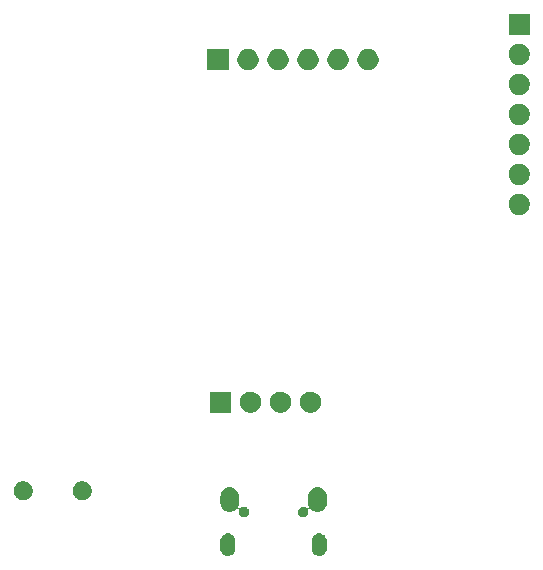
<source format=gbr>
G04 #@! TF.GenerationSoftware,KiCad,Pcbnew,5.1.5-1.fc31*
G04 #@! TF.CreationDate,2020-02-14T12:59:08+01:00*
G04 #@! TF.ProjectId,pcbdesign,70636264-6573-4696-976e-2e6b69636164,rev?*
G04 #@! TF.SameCoordinates,Original*
G04 #@! TF.FileFunction,Soldermask,Bot*
G04 #@! TF.FilePolarity,Negative*
%FSLAX46Y46*%
G04 Gerber Fmt 4.6, Leading zero omitted, Abs format (unit mm)*
G04 Created by KiCad (PCBNEW 5.1.5-1.fc31) date 2020-02-14 12:59:08*
%MOMM*%
%LPD*%
G04 APERTURE LIST*
%ADD10C,0.100000*%
G04 APERTURE END LIST*
D10*
G36*
X162947714Y-125608058D02*
G01*
X163065721Y-125643855D01*
X163174468Y-125701981D01*
X163269790Y-125780210D01*
X163348019Y-125875532D01*
X163406145Y-125984278D01*
X163441942Y-126102285D01*
X163451000Y-126194254D01*
X163451000Y-126905746D01*
X163441942Y-126997715D01*
X163406145Y-127115722D01*
X163348019Y-127224468D01*
X163269790Y-127319790D01*
X163174468Y-127398019D01*
X163065722Y-127456145D01*
X162947715Y-127491942D01*
X162825000Y-127504028D01*
X162702286Y-127491942D01*
X162584279Y-127456145D01*
X162475533Y-127398019D01*
X162380211Y-127319790D01*
X162301982Y-127224468D01*
X162243855Y-127115721D01*
X162208058Y-126997715D01*
X162199000Y-126905746D01*
X162199000Y-126194255D01*
X162208058Y-126102286D01*
X162243855Y-125984279D01*
X162301981Y-125875532D01*
X162380210Y-125780210D01*
X162475532Y-125701981D01*
X162584278Y-125643855D01*
X162702285Y-125608058D01*
X162825000Y-125595972D01*
X162947714Y-125608058D01*
G37*
G36*
X170697714Y-125608058D02*
G01*
X170815721Y-125643855D01*
X170924468Y-125701981D01*
X171019790Y-125780210D01*
X171098019Y-125875532D01*
X171156145Y-125984278D01*
X171191942Y-126102285D01*
X171201000Y-126194254D01*
X171201000Y-126905746D01*
X171191942Y-126997715D01*
X171156145Y-127115722D01*
X171098019Y-127224468D01*
X171019790Y-127319790D01*
X170924468Y-127398019D01*
X170815722Y-127456145D01*
X170697715Y-127491942D01*
X170575000Y-127504028D01*
X170452286Y-127491942D01*
X170334279Y-127456145D01*
X170225533Y-127398019D01*
X170130211Y-127319790D01*
X170051982Y-127224468D01*
X169993855Y-127115721D01*
X169958058Y-126997715D01*
X169949000Y-126905746D01*
X169949000Y-126194255D01*
X169958058Y-126102286D01*
X169993855Y-125984279D01*
X170051981Y-125875532D01*
X170130210Y-125780210D01*
X170225532Y-125701981D01*
X170334278Y-125643855D01*
X170452285Y-125608058D01*
X170575000Y-125595972D01*
X170697714Y-125608058D01*
G37*
G36*
X170577120Y-121710228D02*
G01*
X170723401Y-121754602D01*
X170858206Y-121826657D01*
X170976367Y-121923628D01*
X171073345Y-122041796D01*
X171145398Y-122176598D01*
X171189772Y-122322879D01*
X171201000Y-122436882D01*
X171201000Y-123063118D01*
X171189772Y-123177121D01*
X171145398Y-123323402D01*
X171073345Y-123458204D01*
X171073343Y-123458206D01*
X171073342Y-123458208D01*
X170976369Y-123576369D01*
X170919707Y-123622871D01*
X170858204Y-123673345D01*
X170723402Y-123745398D01*
X170577121Y-123789772D01*
X170425000Y-123804754D01*
X170272880Y-123789772D01*
X170126599Y-123745398D01*
X169991797Y-123673345D01*
X169873628Y-123576366D01*
X169846711Y-123543568D01*
X169829384Y-123526241D01*
X169809009Y-123512627D01*
X169786370Y-123503250D01*
X169762337Y-123498470D01*
X169737833Y-123498470D01*
X169713800Y-123503251D01*
X169691161Y-123512628D01*
X169670787Y-123526242D01*
X169653460Y-123543569D01*
X169639846Y-123563944D01*
X169630469Y-123586583D01*
X169625689Y-123610616D01*
X169625689Y-123635120D01*
X169630470Y-123659153D01*
X169633510Y-123667648D01*
X169651000Y-123755579D01*
X169651000Y-123844421D01*
X169633669Y-123931552D01*
X169599672Y-124013627D01*
X169599671Y-124013629D01*
X169550314Y-124087496D01*
X169487496Y-124150314D01*
X169413629Y-124199671D01*
X169413628Y-124199672D01*
X169413627Y-124199672D01*
X169331552Y-124233669D01*
X169244421Y-124251000D01*
X169155579Y-124251000D01*
X169068448Y-124233669D01*
X168986373Y-124199672D01*
X168986372Y-124199672D01*
X168986371Y-124199671D01*
X168912504Y-124150314D01*
X168849686Y-124087496D01*
X168800329Y-124013629D01*
X168800328Y-124013627D01*
X168766331Y-123931552D01*
X168749000Y-123844421D01*
X168749000Y-123755579D01*
X168766331Y-123668448D01*
X168800328Y-123586373D01*
X168815315Y-123563944D01*
X168840507Y-123526241D01*
X168849685Y-123512505D01*
X168912505Y-123449685D01*
X168985014Y-123401236D01*
X168986371Y-123400329D01*
X168986373Y-123400328D01*
X169068448Y-123366331D01*
X169155579Y-123349000D01*
X169244421Y-123349000D01*
X169331552Y-123366331D01*
X169413627Y-123400328D01*
X169413629Y-123400329D01*
X169414986Y-123401236D01*
X169487495Y-123449685D01*
X169503048Y-123465238D01*
X169521990Y-123480783D01*
X169543601Y-123492334D01*
X169567050Y-123499447D01*
X169591436Y-123501849D01*
X169615822Y-123499447D01*
X169639271Y-123492334D01*
X169660882Y-123480783D01*
X169679824Y-123465238D01*
X169695369Y-123446296D01*
X169706920Y-123424685D01*
X169714033Y-123401236D01*
X169716435Y-123376850D01*
X169714033Y-123352464D01*
X169706920Y-123329015D01*
X169705204Y-123325386D01*
X169660228Y-123177121D01*
X169649000Y-123063118D01*
X169649000Y-122436883D01*
X169660228Y-122322880D01*
X169704602Y-122176599D01*
X169776657Y-122041794D01*
X169873628Y-121923633D01*
X169991796Y-121826655D01*
X170126598Y-121754602D01*
X170272879Y-121710228D01*
X170425000Y-121695246D01*
X170577120Y-121710228D01*
G37*
G36*
X163127120Y-121710228D02*
G01*
X163273401Y-121754602D01*
X163408206Y-121826657D01*
X163526367Y-121923628D01*
X163623345Y-122041796D01*
X163695398Y-122176598D01*
X163739772Y-122322879D01*
X163751000Y-122436882D01*
X163751000Y-123063118D01*
X163739772Y-123177121D01*
X163693598Y-123329336D01*
X163688948Y-123340561D01*
X163684167Y-123364595D01*
X163684167Y-123389099D01*
X163688946Y-123413132D01*
X163698323Y-123435771D01*
X163711936Y-123456146D01*
X163729263Y-123473473D01*
X163749637Y-123487088D01*
X163772275Y-123496466D01*
X163796309Y-123501247D01*
X163820813Y-123501247D01*
X163844846Y-123496468D01*
X163867485Y-123487091D01*
X163887860Y-123473478D01*
X163896952Y-123465238D01*
X163912505Y-123449685D01*
X163985014Y-123401236D01*
X163986371Y-123400329D01*
X163986373Y-123400328D01*
X164068448Y-123366331D01*
X164155579Y-123349000D01*
X164244421Y-123349000D01*
X164331552Y-123366331D01*
X164413627Y-123400328D01*
X164413629Y-123400329D01*
X164414986Y-123401236D01*
X164487495Y-123449685D01*
X164550315Y-123512505D01*
X164559493Y-123526241D01*
X164584686Y-123563944D01*
X164599672Y-123586373D01*
X164633669Y-123668448D01*
X164651000Y-123755579D01*
X164651000Y-123844421D01*
X164633669Y-123931552D01*
X164599672Y-124013627D01*
X164599671Y-124013629D01*
X164550314Y-124087496D01*
X164487496Y-124150314D01*
X164413629Y-124199671D01*
X164413628Y-124199672D01*
X164413627Y-124199672D01*
X164331552Y-124233669D01*
X164244421Y-124251000D01*
X164155579Y-124251000D01*
X164068448Y-124233669D01*
X163986373Y-124199672D01*
X163986372Y-124199672D01*
X163986371Y-124199671D01*
X163912504Y-124150314D01*
X163849686Y-124087496D01*
X163800329Y-124013629D01*
X163800328Y-124013627D01*
X163766331Y-123931552D01*
X163749000Y-123844421D01*
X163749000Y-123755579D01*
X163766807Y-123666054D01*
X163772510Y-123647257D01*
X163774912Y-123622871D01*
X163772511Y-123598485D01*
X163765398Y-123575036D01*
X163753847Y-123553425D01*
X163738302Y-123534483D01*
X163719361Y-123518937D01*
X163697750Y-123507386D01*
X163674301Y-123500272D01*
X163649915Y-123497870D01*
X163625529Y-123500271D01*
X163602080Y-123507384D01*
X163580469Y-123518935D01*
X163561527Y-123534480D01*
X163553288Y-123543570D01*
X163526372Y-123576367D01*
X163408204Y-123673345D01*
X163273402Y-123745398D01*
X163127121Y-123789772D01*
X162975000Y-123804754D01*
X162822880Y-123789772D01*
X162676599Y-123745398D01*
X162541797Y-123673345D01*
X162480295Y-123622871D01*
X162423632Y-123576369D01*
X162396714Y-123543570D01*
X162326657Y-123458206D01*
X162254601Y-123323400D01*
X162210228Y-123177121D01*
X162199000Y-123063118D01*
X162199000Y-122436883D01*
X162210228Y-122322880D01*
X162254602Y-122176599D01*
X162326657Y-122041794D01*
X162423628Y-121923633D01*
X162541796Y-121826655D01*
X162676598Y-121754602D01*
X162822879Y-121710228D01*
X162975000Y-121695246D01*
X163127120Y-121710228D01*
G37*
G36*
X150737142Y-121218242D02*
G01*
X150885101Y-121279529D01*
X151018255Y-121368499D01*
X151131501Y-121481745D01*
X151220471Y-121614899D01*
X151281758Y-121762858D01*
X151313000Y-121919925D01*
X151313000Y-122080075D01*
X151281758Y-122237142D01*
X151220471Y-122385101D01*
X151131501Y-122518255D01*
X151018255Y-122631501D01*
X150885101Y-122720471D01*
X150737142Y-122781758D01*
X150580075Y-122813000D01*
X150419925Y-122813000D01*
X150262858Y-122781758D01*
X150114899Y-122720471D01*
X149981745Y-122631501D01*
X149868499Y-122518255D01*
X149779529Y-122385101D01*
X149718242Y-122237142D01*
X149687000Y-122080075D01*
X149687000Y-121919925D01*
X149718242Y-121762858D01*
X149779529Y-121614899D01*
X149868499Y-121481745D01*
X149981745Y-121368499D01*
X150114899Y-121279529D01*
X150262858Y-121218242D01*
X150419925Y-121187000D01*
X150580075Y-121187000D01*
X150737142Y-121218242D01*
G37*
G36*
X145737142Y-121218242D02*
G01*
X145885101Y-121279529D01*
X146018255Y-121368499D01*
X146131501Y-121481745D01*
X146220471Y-121614899D01*
X146281758Y-121762858D01*
X146313000Y-121919925D01*
X146313000Y-122080075D01*
X146281758Y-122237142D01*
X146220471Y-122385101D01*
X146131501Y-122518255D01*
X146018255Y-122631501D01*
X145885101Y-122720471D01*
X145737142Y-122781758D01*
X145580075Y-122813000D01*
X145419925Y-122813000D01*
X145262858Y-122781758D01*
X145114899Y-122720471D01*
X144981745Y-122631501D01*
X144868499Y-122518255D01*
X144779529Y-122385101D01*
X144718242Y-122237142D01*
X144687000Y-122080075D01*
X144687000Y-121919925D01*
X144718242Y-121762858D01*
X144779529Y-121614899D01*
X144868499Y-121481745D01*
X144981745Y-121368499D01*
X145114899Y-121279529D01*
X145262858Y-121218242D01*
X145419925Y-121187000D01*
X145580075Y-121187000D01*
X145737142Y-121218242D01*
G37*
G36*
X167393512Y-113603927D02*
G01*
X167542812Y-113633624D01*
X167706784Y-113701544D01*
X167854354Y-113800147D01*
X167979853Y-113925646D01*
X168078456Y-114073216D01*
X168146376Y-114237188D01*
X168181000Y-114411259D01*
X168181000Y-114588741D01*
X168146376Y-114762812D01*
X168078456Y-114926784D01*
X167979853Y-115074354D01*
X167854354Y-115199853D01*
X167706784Y-115298456D01*
X167542812Y-115366376D01*
X167393512Y-115396073D01*
X167368742Y-115401000D01*
X167191258Y-115401000D01*
X167166488Y-115396073D01*
X167017188Y-115366376D01*
X166853216Y-115298456D01*
X166705646Y-115199853D01*
X166580147Y-115074354D01*
X166481544Y-114926784D01*
X166413624Y-114762812D01*
X166379000Y-114588741D01*
X166379000Y-114411259D01*
X166413624Y-114237188D01*
X166481544Y-114073216D01*
X166580147Y-113925646D01*
X166705646Y-113800147D01*
X166853216Y-113701544D01*
X167017188Y-113633624D01*
X167166488Y-113603927D01*
X167191258Y-113599000D01*
X167368742Y-113599000D01*
X167393512Y-113603927D01*
G37*
G36*
X169933512Y-113603927D02*
G01*
X170082812Y-113633624D01*
X170246784Y-113701544D01*
X170394354Y-113800147D01*
X170519853Y-113925646D01*
X170618456Y-114073216D01*
X170686376Y-114237188D01*
X170721000Y-114411259D01*
X170721000Y-114588741D01*
X170686376Y-114762812D01*
X170618456Y-114926784D01*
X170519853Y-115074354D01*
X170394354Y-115199853D01*
X170246784Y-115298456D01*
X170082812Y-115366376D01*
X169933512Y-115396073D01*
X169908742Y-115401000D01*
X169731258Y-115401000D01*
X169706488Y-115396073D01*
X169557188Y-115366376D01*
X169393216Y-115298456D01*
X169245646Y-115199853D01*
X169120147Y-115074354D01*
X169021544Y-114926784D01*
X168953624Y-114762812D01*
X168919000Y-114588741D01*
X168919000Y-114411259D01*
X168953624Y-114237188D01*
X169021544Y-114073216D01*
X169120147Y-113925646D01*
X169245646Y-113800147D01*
X169393216Y-113701544D01*
X169557188Y-113633624D01*
X169706488Y-113603927D01*
X169731258Y-113599000D01*
X169908742Y-113599000D01*
X169933512Y-113603927D01*
G37*
G36*
X164853512Y-113603927D02*
G01*
X165002812Y-113633624D01*
X165166784Y-113701544D01*
X165314354Y-113800147D01*
X165439853Y-113925646D01*
X165538456Y-114073216D01*
X165606376Y-114237188D01*
X165641000Y-114411259D01*
X165641000Y-114588741D01*
X165606376Y-114762812D01*
X165538456Y-114926784D01*
X165439853Y-115074354D01*
X165314354Y-115199853D01*
X165166784Y-115298456D01*
X165002812Y-115366376D01*
X164853512Y-115396073D01*
X164828742Y-115401000D01*
X164651258Y-115401000D01*
X164626488Y-115396073D01*
X164477188Y-115366376D01*
X164313216Y-115298456D01*
X164165646Y-115199853D01*
X164040147Y-115074354D01*
X163941544Y-114926784D01*
X163873624Y-114762812D01*
X163839000Y-114588741D01*
X163839000Y-114411259D01*
X163873624Y-114237188D01*
X163941544Y-114073216D01*
X164040147Y-113925646D01*
X164165646Y-113800147D01*
X164313216Y-113701544D01*
X164477188Y-113633624D01*
X164626488Y-113603927D01*
X164651258Y-113599000D01*
X164828742Y-113599000D01*
X164853512Y-113603927D01*
G37*
G36*
X163101000Y-115401000D02*
G01*
X161299000Y-115401000D01*
X161299000Y-113599000D01*
X163101000Y-113599000D01*
X163101000Y-115401000D01*
G37*
G36*
X187613512Y-96843927D02*
G01*
X187762812Y-96873624D01*
X187926784Y-96941544D01*
X188074354Y-97040147D01*
X188199853Y-97165646D01*
X188298456Y-97313216D01*
X188366376Y-97477188D01*
X188401000Y-97651259D01*
X188401000Y-97828741D01*
X188366376Y-98002812D01*
X188298456Y-98166784D01*
X188199853Y-98314354D01*
X188074354Y-98439853D01*
X187926784Y-98538456D01*
X187762812Y-98606376D01*
X187613512Y-98636073D01*
X187588742Y-98641000D01*
X187411258Y-98641000D01*
X187386488Y-98636073D01*
X187237188Y-98606376D01*
X187073216Y-98538456D01*
X186925646Y-98439853D01*
X186800147Y-98314354D01*
X186701544Y-98166784D01*
X186633624Y-98002812D01*
X186599000Y-97828741D01*
X186599000Y-97651259D01*
X186633624Y-97477188D01*
X186701544Y-97313216D01*
X186800147Y-97165646D01*
X186925646Y-97040147D01*
X187073216Y-96941544D01*
X187237188Y-96873624D01*
X187386488Y-96843927D01*
X187411258Y-96839000D01*
X187588742Y-96839000D01*
X187613512Y-96843927D01*
G37*
G36*
X187613512Y-94303927D02*
G01*
X187762812Y-94333624D01*
X187926784Y-94401544D01*
X188074354Y-94500147D01*
X188199853Y-94625646D01*
X188298456Y-94773216D01*
X188366376Y-94937188D01*
X188401000Y-95111259D01*
X188401000Y-95288741D01*
X188366376Y-95462812D01*
X188298456Y-95626784D01*
X188199853Y-95774354D01*
X188074354Y-95899853D01*
X187926784Y-95998456D01*
X187762812Y-96066376D01*
X187613512Y-96096073D01*
X187588742Y-96101000D01*
X187411258Y-96101000D01*
X187386488Y-96096073D01*
X187237188Y-96066376D01*
X187073216Y-95998456D01*
X186925646Y-95899853D01*
X186800147Y-95774354D01*
X186701544Y-95626784D01*
X186633624Y-95462812D01*
X186599000Y-95288741D01*
X186599000Y-95111259D01*
X186633624Y-94937188D01*
X186701544Y-94773216D01*
X186800147Y-94625646D01*
X186925646Y-94500147D01*
X187073216Y-94401544D01*
X187237188Y-94333624D01*
X187386488Y-94303927D01*
X187411258Y-94299000D01*
X187588742Y-94299000D01*
X187613512Y-94303927D01*
G37*
G36*
X187613512Y-91763927D02*
G01*
X187762812Y-91793624D01*
X187926784Y-91861544D01*
X188074354Y-91960147D01*
X188199853Y-92085646D01*
X188298456Y-92233216D01*
X188366376Y-92397188D01*
X188401000Y-92571259D01*
X188401000Y-92748741D01*
X188366376Y-92922812D01*
X188298456Y-93086784D01*
X188199853Y-93234354D01*
X188074354Y-93359853D01*
X187926784Y-93458456D01*
X187762812Y-93526376D01*
X187613512Y-93556073D01*
X187588742Y-93561000D01*
X187411258Y-93561000D01*
X187386488Y-93556073D01*
X187237188Y-93526376D01*
X187073216Y-93458456D01*
X186925646Y-93359853D01*
X186800147Y-93234354D01*
X186701544Y-93086784D01*
X186633624Y-92922812D01*
X186599000Y-92748741D01*
X186599000Y-92571259D01*
X186633624Y-92397188D01*
X186701544Y-92233216D01*
X186800147Y-92085646D01*
X186925646Y-91960147D01*
X187073216Y-91861544D01*
X187237188Y-91793624D01*
X187386488Y-91763927D01*
X187411258Y-91759000D01*
X187588742Y-91759000D01*
X187613512Y-91763927D01*
G37*
G36*
X187613512Y-89223927D02*
G01*
X187762812Y-89253624D01*
X187926784Y-89321544D01*
X188074354Y-89420147D01*
X188199853Y-89545646D01*
X188298456Y-89693216D01*
X188366376Y-89857188D01*
X188401000Y-90031259D01*
X188401000Y-90208741D01*
X188366376Y-90382812D01*
X188298456Y-90546784D01*
X188199853Y-90694354D01*
X188074354Y-90819853D01*
X187926784Y-90918456D01*
X187762812Y-90986376D01*
X187613512Y-91016073D01*
X187588742Y-91021000D01*
X187411258Y-91021000D01*
X187386488Y-91016073D01*
X187237188Y-90986376D01*
X187073216Y-90918456D01*
X186925646Y-90819853D01*
X186800147Y-90694354D01*
X186701544Y-90546784D01*
X186633624Y-90382812D01*
X186599000Y-90208741D01*
X186599000Y-90031259D01*
X186633624Y-89857188D01*
X186701544Y-89693216D01*
X186800147Y-89545646D01*
X186925646Y-89420147D01*
X187073216Y-89321544D01*
X187237188Y-89253624D01*
X187386488Y-89223927D01*
X187411258Y-89219000D01*
X187588742Y-89219000D01*
X187613512Y-89223927D01*
G37*
G36*
X187613512Y-86683927D02*
G01*
X187762812Y-86713624D01*
X187926784Y-86781544D01*
X188074354Y-86880147D01*
X188199853Y-87005646D01*
X188298456Y-87153216D01*
X188366376Y-87317188D01*
X188401000Y-87491259D01*
X188401000Y-87668741D01*
X188366376Y-87842812D01*
X188298456Y-88006784D01*
X188199853Y-88154354D01*
X188074354Y-88279853D01*
X187926784Y-88378456D01*
X187762812Y-88446376D01*
X187613512Y-88476073D01*
X187588742Y-88481000D01*
X187411258Y-88481000D01*
X187386488Y-88476073D01*
X187237188Y-88446376D01*
X187073216Y-88378456D01*
X186925646Y-88279853D01*
X186800147Y-88154354D01*
X186701544Y-88006784D01*
X186633624Y-87842812D01*
X186599000Y-87668741D01*
X186599000Y-87491259D01*
X186633624Y-87317188D01*
X186701544Y-87153216D01*
X186800147Y-87005646D01*
X186925646Y-86880147D01*
X187073216Y-86781544D01*
X187237188Y-86713624D01*
X187386488Y-86683927D01*
X187411258Y-86679000D01*
X187588742Y-86679000D01*
X187613512Y-86683927D01*
G37*
G36*
X167193512Y-84603927D02*
G01*
X167342812Y-84633624D01*
X167506784Y-84701544D01*
X167654354Y-84800147D01*
X167779853Y-84925646D01*
X167878456Y-85073216D01*
X167946376Y-85237188D01*
X167981000Y-85411259D01*
X167981000Y-85588741D01*
X167946376Y-85762812D01*
X167878456Y-85926784D01*
X167779853Y-86074354D01*
X167654354Y-86199853D01*
X167506784Y-86298456D01*
X167342812Y-86366376D01*
X167193512Y-86396073D01*
X167168742Y-86401000D01*
X166991258Y-86401000D01*
X166966488Y-86396073D01*
X166817188Y-86366376D01*
X166653216Y-86298456D01*
X166505646Y-86199853D01*
X166380147Y-86074354D01*
X166281544Y-85926784D01*
X166213624Y-85762812D01*
X166179000Y-85588741D01*
X166179000Y-85411259D01*
X166213624Y-85237188D01*
X166281544Y-85073216D01*
X166380147Y-84925646D01*
X166505646Y-84800147D01*
X166653216Y-84701544D01*
X166817188Y-84633624D01*
X166966488Y-84603927D01*
X166991258Y-84599000D01*
X167168742Y-84599000D01*
X167193512Y-84603927D01*
G37*
G36*
X174813512Y-84603927D02*
G01*
X174962812Y-84633624D01*
X175126784Y-84701544D01*
X175274354Y-84800147D01*
X175399853Y-84925646D01*
X175498456Y-85073216D01*
X175566376Y-85237188D01*
X175601000Y-85411259D01*
X175601000Y-85588741D01*
X175566376Y-85762812D01*
X175498456Y-85926784D01*
X175399853Y-86074354D01*
X175274354Y-86199853D01*
X175126784Y-86298456D01*
X174962812Y-86366376D01*
X174813512Y-86396073D01*
X174788742Y-86401000D01*
X174611258Y-86401000D01*
X174586488Y-86396073D01*
X174437188Y-86366376D01*
X174273216Y-86298456D01*
X174125646Y-86199853D01*
X174000147Y-86074354D01*
X173901544Y-85926784D01*
X173833624Y-85762812D01*
X173799000Y-85588741D01*
X173799000Y-85411259D01*
X173833624Y-85237188D01*
X173901544Y-85073216D01*
X174000147Y-84925646D01*
X174125646Y-84800147D01*
X174273216Y-84701544D01*
X174437188Y-84633624D01*
X174586488Y-84603927D01*
X174611258Y-84599000D01*
X174788742Y-84599000D01*
X174813512Y-84603927D01*
G37*
G36*
X172273512Y-84603927D02*
G01*
X172422812Y-84633624D01*
X172586784Y-84701544D01*
X172734354Y-84800147D01*
X172859853Y-84925646D01*
X172958456Y-85073216D01*
X173026376Y-85237188D01*
X173061000Y-85411259D01*
X173061000Y-85588741D01*
X173026376Y-85762812D01*
X172958456Y-85926784D01*
X172859853Y-86074354D01*
X172734354Y-86199853D01*
X172586784Y-86298456D01*
X172422812Y-86366376D01*
X172273512Y-86396073D01*
X172248742Y-86401000D01*
X172071258Y-86401000D01*
X172046488Y-86396073D01*
X171897188Y-86366376D01*
X171733216Y-86298456D01*
X171585646Y-86199853D01*
X171460147Y-86074354D01*
X171361544Y-85926784D01*
X171293624Y-85762812D01*
X171259000Y-85588741D01*
X171259000Y-85411259D01*
X171293624Y-85237188D01*
X171361544Y-85073216D01*
X171460147Y-84925646D01*
X171585646Y-84800147D01*
X171733216Y-84701544D01*
X171897188Y-84633624D01*
X172046488Y-84603927D01*
X172071258Y-84599000D01*
X172248742Y-84599000D01*
X172273512Y-84603927D01*
G37*
G36*
X169733512Y-84603927D02*
G01*
X169882812Y-84633624D01*
X170046784Y-84701544D01*
X170194354Y-84800147D01*
X170319853Y-84925646D01*
X170418456Y-85073216D01*
X170486376Y-85237188D01*
X170521000Y-85411259D01*
X170521000Y-85588741D01*
X170486376Y-85762812D01*
X170418456Y-85926784D01*
X170319853Y-86074354D01*
X170194354Y-86199853D01*
X170046784Y-86298456D01*
X169882812Y-86366376D01*
X169733512Y-86396073D01*
X169708742Y-86401000D01*
X169531258Y-86401000D01*
X169506488Y-86396073D01*
X169357188Y-86366376D01*
X169193216Y-86298456D01*
X169045646Y-86199853D01*
X168920147Y-86074354D01*
X168821544Y-85926784D01*
X168753624Y-85762812D01*
X168719000Y-85588741D01*
X168719000Y-85411259D01*
X168753624Y-85237188D01*
X168821544Y-85073216D01*
X168920147Y-84925646D01*
X169045646Y-84800147D01*
X169193216Y-84701544D01*
X169357188Y-84633624D01*
X169506488Y-84603927D01*
X169531258Y-84599000D01*
X169708742Y-84599000D01*
X169733512Y-84603927D01*
G37*
G36*
X164653512Y-84603927D02*
G01*
X164802812Y-84633624D01*
X164966784Y-84701544D01*
X165114354Y-84800147D01*
X165239853Y-84925646D01*
X165338456Y-85073216D01*
X165406376Y-85237188D01*
X165441000Y-85411259D01*
X165441000Y-85588741D01*
X165406376Y-85762812D01*
X165338456Y-85926784D01*
X165239853Y-86074354D01*
X165114354Y-86199853D01*
X164966784Y-86298456D01*
X164802812Y-86366376D01*
X164653512Y-86396073D01*
X164628742Y-86401000D01*
X164451258Y-86401000D01*
X164426488Y-86396073D01*
X164277188Y-86366376D01*
X164113216Y-86298456D01*
X163965646Y-86199853D01*
X163840147Y-86074354D01*
X163741544Y-85926784D01*
X163673624Y-85762812D01*
X163639000Y-85588741D01*
X163639000Y-85411259D01*
X163673624Y-85237188D01*
X163741544Y-85073216D01*
X163840147Y-84925646D01*
X163965646Y-84800147D01*
X164113216Y-84701544D01*
X164277188Y-84633624D01*
X164426488Y-84603927D01*
X164451258Y-84599000D01*
X164628742Y-84599000D01*
X164653512Y-84603927D01*
G37*
G36*
X162901000Y-86401000D02*
G01*
X161099000Y-86401000D01*
X161099000Y-84599000D01*
X162901000Y-84599000D01*
X162901000Y-86401000D01*
G37*
G36*
X187613512Y-84143927D02*
G01*
X187762812Y-84173624D01*
X187926784Y-84241544D01*
X188074354Y-84340147D01*
X188199853Y-84465646D01*
X188298456Y-84613216D01*
X188366376Y-84777188D01*
X188401000Y-84951259D01*
X188401000Y-85128741D01*
X188366376Y-85302812D01*
X188298456Y-85466784D01*
X188199853Y-85614354D01*
X188074354Y-85739853D01*
X187926784Y-85838456D01*
X187762812Y-85906376D01*
X187613512Y-85936073D01*
X187588742Y-85941000D01*
X187411258Y-85941000D01*
X187386488Y-85936073D01*
X187237188Y-85906376D01*
X187073216Y-85838456D01*
X186925646Y-85739853D01*
X186800147Y-85614354D01*
X186701544Y-85466784D01*
X186633624Y-85302812D01*
X186599000Y-85128741D01*
X186599000Y-84951259D01*
X186633624Y-84777188D01*
X186701544Y-84613216D01*
X186800147Y-84465646D01*
X186925646Y-84340147D01*
X187073216Y-84241544D01*
X187237188Y-84173624D01*
X187386488Y-84143927D01*
X187411258Y-84139000D01*
X187588742Y-84139000D01*
X187613512Y-84143927D01*
G37*
G36*
X188401000Y-83401000D02*
G01*
X186599000Y-83401000D01*
X186599000Y-81599000D01*
X188401000Y-81599000D01*
X188401000Y-83401000D01*
G37*
M02*

</source>
